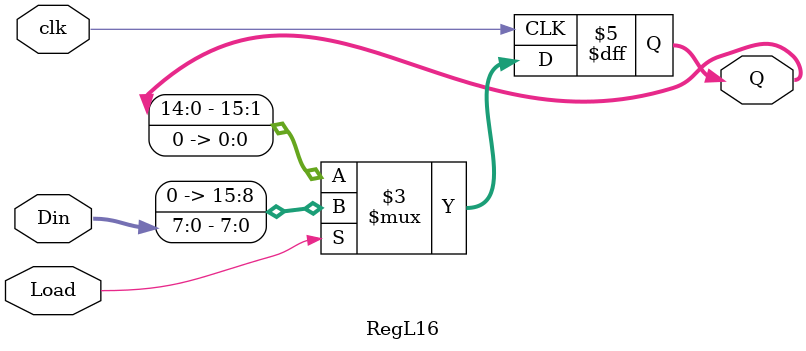
<source format=v>
module RegL16 (Load,clk,Din,Q);

input [7:0] Din;
input Load,clk;
output [15:0] Q;
reg [15:0] Q;

always @(posedge clk)

begin
  
  if(Load) Q<={8'd0,Din};
  else     Q<={Q[14:0],1'b0};

end

endmodule

</source>
